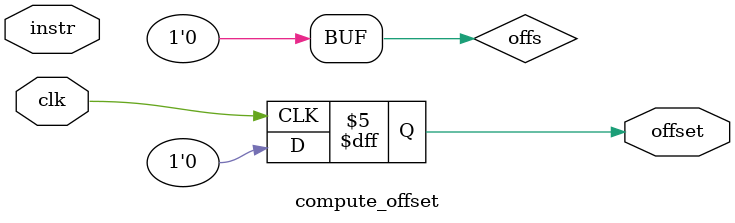
<source format=v>
module compute_offset #(parameter
  PC_LEN = 32
  )
  (
  input wire clk,
  input wire instr,
  output wire offset
  );

  wire signed offs;
  always @(*) begin
    case (instr[27:25])
      3'b101: offs = (instr[23:0] << 2) - 4;
      default: offs = 0;
    endcase
  end

  always @(posedge clk) begin
    offset <= offs;
  end

endmodule

</source>
